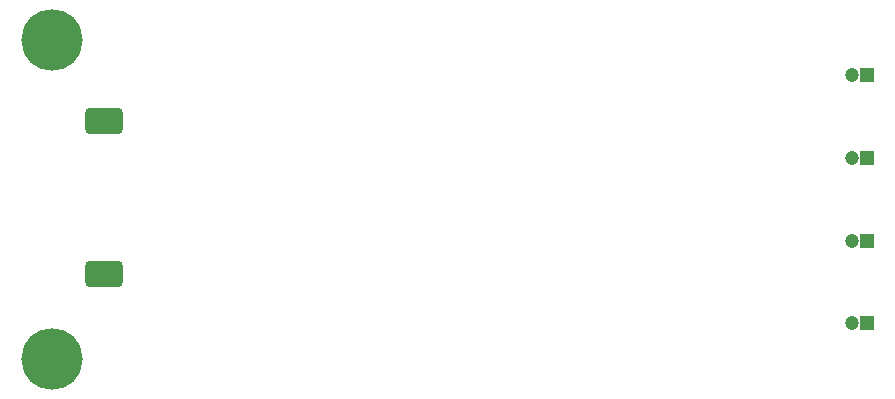
<source format=gbs>
G04 Layer_Color=8150272*
%FSAX24Y24*%
%MOIN*%
G70*
G01*
G75*
%ADD62C,0.0474*%
%ADD63R,0.0474X0.0474*%
%ADD64C,0.2049*%
G04:AMPARAMS|DCode=65|XSize=86.7mil|YSize=126.1mil|CornerRadius=15.8mil|HoleSize=0mil|Usage=FLASHONLY|Rotation=90.000|XOffset=0mil|YOffset=0mil|HoleType=Round|Shape=RoundedRectangle|*
%AMROUNDEDRECTD65*
21,1,0.0867,0.0945,0,0,90.0*
21,1,0.0551,0.1261,0,0,90.0*
1,1,0.0316,0.0472,0.0276*
1,1,0.0316,0.0472,-0.0276*
1,1,0.0316,-0.0472,-0.0276*
1,1,0.0316,-0.0472,0.0276*
%
%ADD65ROUNDEDRECTD65*%
D62*
X043366Y021024D02*
D03*
Y012756D02*
D03*
Y015512D02*
D03*
Y018268D02*
D03*
D63*
X043858Y021024D02*
D03*
Y012756D02*
D03*
Y015512D02*
D03*
Y018268D02*
D03*
D64*
X016693Y022205D02*
D03*
Y011575D02*
D03*
D65*
X018432Y014390D02*
D03*
Y019490D02*
D03*
M02*

</source>
